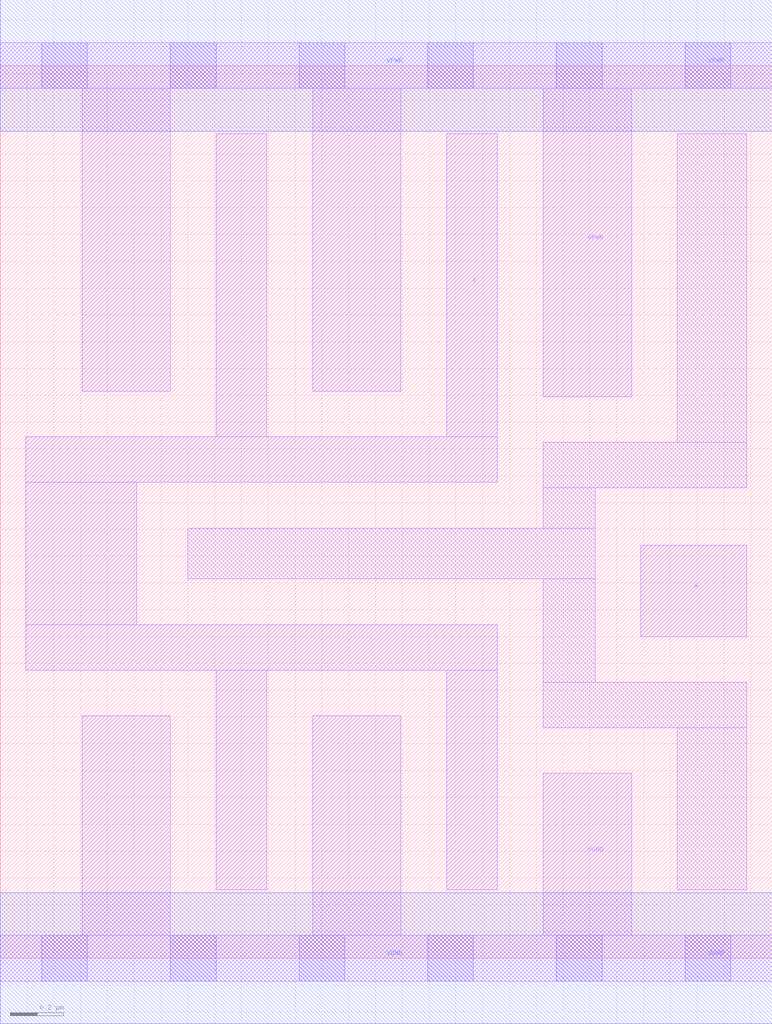
<source format=lef>
# Copyright 2020 The SkyWater PDK Authors
#
# Licensed under the Apache License, Version 2.0 (the "License");
# you may not use this file except in compliance with the License.
# You may obtain a copy of the License at
#
#     https://www.apache.org/licenses/LICENSE-2.0
#
# Unless required by applicable law or agreed to in writing, software
# distributed under the License is distributed on an "AS IS" BASIS,
# WITHOUT WARRANTIES OR CONDITIONS OF ANY KIND, either express or implied.
# See the License for the specific language governing permissions and
# limitations under the License.
#
# SPDX-License-Identifier: Apache-2.0

VERSION 5.7 ;
  NAMESCASESENSITIVE ON ;
  NOWIREEXTENSIONATPIN ON ;
  DIVIDERCHAR "/" ;
  BUSBITCHARS "[]" ;
UNITS
  DATABASE MICRONS 200 ;
END UNITS
MACRO sky130_fd_sc_lp__buf_4
  CLASS CORE ;
  SOURCE USER ;
  FOREIGN sky130_fd_sc_lp__buf_4 ;
  ORIGIN  0.000000  0.000000 ;
  SIZE  2.880000 BY  3.330000 ;
  SYMMETRY X Y R90 ;
  SITE unit ;
  PIN A
    ANTENNAGATEAREA  0.315000 ;
    DIRECTION INPUT ;
    USE SIGNAL ;
    PORT
      LAYER li1 ;
        RECT 2.390000 1.200000 2.785000 1.540000 ;
    END
  END A
  PIN X
    ANTENNADIFFAREA  1.176000 ;
    DIRECTION OUTPUT ;
    USE SIGNAL ;
    PORT
      LAYER li1 ;
        RECT 0.095000 1.075000 1.855000 1.245000 ;
        RECT 0.095000 1.245000 0.510000 1.775000 ;
        RECT 0.095000 1.775000 1.855000 1.945000 ;
        RECT 0.805000 0.255000 0.995000 1.075000 ;
        RECT 0.805000 1.945000 0.995000 3.075000 ;
        RECT 1.665000 0.255000 1.855000 1.075000 ;
        RECT 1.665000 1.945000 1.855000 3.075000 ;
    END
  END X
  PIN VGND
    DIRECTION INOUT ;
    USE GROUND ;
    PORT
      LAYER li1 ;
        RECT 0.000000 -0.085000 2.880000 0.085000 ;
        RECT 0.305000  0.085000 0.635000 0.905000 ;
        RECT 1.165000  0.085000 1.495000 0.905000 ;
        RECT 2.025000  0.085000 2.355000 0.690000 ;
      LAYER mcon ;
        RECT 0.155000 -0.085000 0.325000 0.085000 ;
        RECT 0.635000 -0.085000 0.805000 0.085000 ;
        RECT 1.115000 -0.085000 1.285000 0.085000 ;
        RECT 1.595000 -0.085000 1.765000 0.085000 ;
        RECT 2.075000 -0.085000 2.245000 0.085000 ;
        RECT 2.555000 -0.085000 2.725000 0.085000 ;
      LAYER met1 ;
        RECT 0.000000 -0.245000 2.880000 0.245000 ;
    END
  END VGND
  PIN VPWR
    DIRECTION INOUT ;
    USE POWER ;
    PORT
      LAYER li1 ;
        RECT 0.000000 3.245000 2.880000 3.415000 ;
        RECT 0.305000 2.115000 0.635000 3.245000 ;
        RECT 1.165000 2.115000 1.495000 3.245000 ;
        RECT 2.025000 2.095000 2.355000 3.245000 ;
      LAYER mcon ;
        RECT 0.155000 3.245000 0.325000 3.415000 ;
        RECT 0.635000 3.245000 0.805000 3.415000 ;
        RECT 1.115000 3.245000 1.285000 3.415000 ;
        RECT 1.595000 3.245000 1.765000 3.415000 ;
        RECT 2.075000 3.245000 2.245000 3.415000 ;
        RECT 2.555000 3.245000 2.725000 3.415000 ;
      LAYER met1 ;
        RECT 0.000000 3.085000 2.880000 3.575000 ;
    END
  END VPWR
  OBS
    LAYER li1 ;
      RECT 0.700000 1.415000 2.220000 1.605000 ;
      RECT 2.025000 0.860000 2.785000 1.030000 ;
      RECT 2.025000 1.030000 2.220000 1.415000 ;
      RECT 2.025000 1.605000 2.220000 1.755000 ;
      RECT 2.025000 1.755000 2.785000 1.925000 ;
      RECT 2.525000 0.255000 2.785000 0.860000 ;
      RECT 2.525000 1.925000 2.785000 3.075000 ;
  END
END sky130_fd_sc_lp__buf_4

</source>
